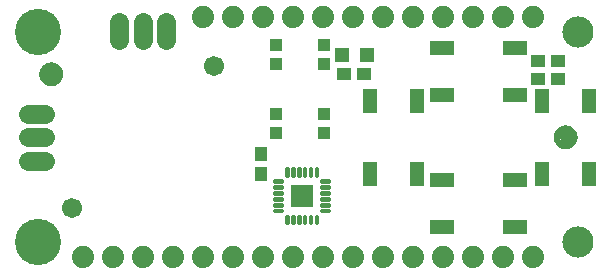
<source format=gbr>
G04 EAGLE Gerber RS-274X export*
G75*
%MOMM*%
%FSLAX34Y34*%
%LPD*%
%INSoldermask Top*%
%IPPOS*%
%AMOC8*
5,1,8,0,0,1.08239X$1,22.5*%
G01*
%ADD10C,2.641600*%
%ADD11C,3.911600*%
%ADD12C,1.879600*%
%ADD13R,2.101600X1.301600*%
%ADD14R,1.301600X2.101600*%
%ADD15C,1.601600*%
%ADD16C,1.701600*%
%ADD17R,1.001600X1.001600*%
%ADD18C,1.101600*%
%ADD19C,0.500000*%
%ADD20C,0.240406*%
%ADD21R,1.879600X1.879600*%
%ADD22R,1.301600X1.301600*%
%ADD23R,1.176600X1.101600*%
%ADD24R,1.101600X1.176600*%


D10*
X482600Y203200D03*
X482600Y25400D03*
D11*
X25400Y203200D03*
X25400Y25400D03*
D12*
X165100Y215900D03*
X190500Y215900D03*
X215900Y215900D03*
X241300Y215900D03*
X266700Y215900D03*
X292100Y215900D03*
X317500Y215900D03*
X342900Y215900D03*
X368300Y215900D03*
X393700Y215900D03*
X419100Y215900D03*
X444500Y215900D03*
X165100Y12700D03*
X190500Y12700D03*
X215900Y12700D03*
X241300Y12700D03*
X266700Y12700D03*
X292100Y12700D03*
X317500Y12700D03*
X342900Y12700D03*
X368300Y12700D03*
X393700Y12700D03*
X419100Y12700D03*
X444500Y12700D03*
X139700Y12700D03*
X114300Y12700D03*
X88900Y12700D03*
X63500Y12700D03*
D13*
X429780Y150180D03*
X367780Y150180D03*
X367780Y190180D03*
X429780Y190180D03*
X367780Y78420D03*
X429780Y78420D03*
X429780Y38420D03*
X367780Y38420D03*
D14*
X452440Y83300D03*
X452440Y145300D03*
X492440Y145300D03*
X492440Y83300D03*
X346390Y145300D03*
X346390Y83300D03*
X306390Y83300D03*
X306390Y145300D03*
D15*
X31800Y114300D02*
X16800Y114300D01*
X16800Y94300D02*
X31800Y94300D01*
X31800Y134300D02*
X16800Y134300D01*
X94300Y196800D02*
X94300Y211800D01*
X114300Y211800D02*
X114300Y196800D01*
X134300Y196800D02*
X134300Y211800D01*
D16*
X54300Y54300D03*
X174300Y174300D03*
D17*
X227150Y176150D03*
X227150Y192150D03*
X268150Y192150D03*
X268150Y176150D03*
X268150Y133730D03*
X268150Y117730D03*
X227150Y117730D03*
X227150Y133730D03*
D18*
X36830Y167640D03*
D19*
X36830Y175140D02*
X36649Y175138D01*
X36468Y175131D01*
X36287Y175120D01*
X36106Y175105D01*
X35926Y175085D01*
X35746Y175061D01*
X35567Y175033D01*
X35389Y175000D01*
X35212Y174963D01*
X35035Y174922D01*
X34860Y174877D01*
X34685Y174827D01*
X34512Y174773D01*
X34341Y174715D01*
X34170Y174653D01*
X34002Y174586D01*
X33835Y174516D01*
X33669Y174442D01*
X33506Y174363D01*
X33345Y174281D01*
X33185Y174195D01*
X33028Y174105D01*
X32873Y174011D01*
X32720Y173914D01*
X32570Y173812D01*
X32422Y173708D01*
X32276Y173599D01*
X32134Y173488D01*
X31994Y173372D01*
X31857Y173254D01*
X31722Y173132D01*
X31591Y173007D01*
X31463Y172879D01*
X31338Y172748D01*
X31216Y172613D01*
X31098Y172476D01*
X30982Y172336D01*
X30871Y172194D01*
X30762Y172048D01*
X30658Y171900D01*
X30556Y171750D01*
X30459Y171597D01*
X30365Y171442D01*
X30275Y171285D01*
X30189Y171125D01*
X30107Y170964D01*
X30028Y170801D01*
X29954Y170635D01*
X29884Y170468D01*
X29817Y170300D01*
X29755Y170129D01*
X29697Y169958D01*
X29643Y169785D01*
X29593Y169610D01*
X29548Y169435D01*
X29507Y169258D01*
X29470Y169081D01*
X29437Y168903D01*
X29409Y168724D01*
X29385Y168544D01*
X29365Y168364D01*
X29350Y168183D01*
X29339Y168002D01*
X29332Y167821D01*
X29330Y167640D01*
X36830Y175140D02*
X37011Y175138D01*
X37192Y175131D01*
X37373Y175120D01*
X37554Y175105D01*
X37734Y175085D01*
X37914Y175061D01*
X38093Y175033D01*
X38271Y175000D01*
X38448Y174963D01*
X38625Y174922D01*
X38800Y174877D01*
X38975Y174827D01*
X39148Y174773D01*
X39319Y174715D01*
X39490Y174653D01*
X39658Y174586D01*
X39825Y174516D01*
X39991Y174442D01*
X40154Y174363D01*
X40315Y174281D01*
X40475Y174195D01*
X40632Y174105D01*
X40787Y174011D01*
X40940Y173914D01*
X41090Y173812D01*
X41238Y173708D01*
X41384Y173599D01*
X41526Y173488D01*
X41666Y173372D01*
X41803Y173254D01*
X41938Y173132D01*
X42069Y173007D01*
X42197Y172879D01*
X42322Y172748D01*
X42444Y172613D01*
X42562Y172476D01*
X42678Y172336D01*
X42789Y172194D01*
X42898Y172048D01*
X43002Y171900D01*
X43104Y171750D01*
X43201Y171597D01*
X43295Y171442D01*
X43385Y171285D01*
X43471Y171125D01*
X43553Y170964D01*
X43632Y170801D01*
X43706Y170635D01*
X43776Y170468D01*
X43843Y170300D01*
X43905Y170129D01*
X43963Y169958D01*
X44017Y169785D01*
X44067Y169610D01*
X44112Y169435D01*
X44153Y169258D01*
X44190Y169081D01*
X44223Y168903D01*
X44251Y168724D01*
X44275Y168544D01*
X44295Y168364D01*
X44310Y168183D01*
X44321Y168002D01*
X44328Y167821D01*
X44330Y167640D01*
X44328Y167459D01*
X44321Y167278D01*
X44310Y167097D01*
X44295Y166916D01*
X44275Y166736D01*
X44251Y166556D01*
X44223Y166377D01*
X44190Y166199D01*
X44153Y166022D01*
X44112Y165845D01*
X44067Y165670D01*
X44017Y165495D01*
X43963Y165322D01*
X43905Y165151D01*
X43843Y164980D01*
X43776Y164812D01*
X43706Y164645D01*
X43632Y164479D01*
X43553Y164316D01*
X43471Y164155D01*
X43385Y163995D01*
X43295Y163838D01*
X43201Y163683D01*
X43104Y163530D01*
X43002Y163380D01*
X42898Y163232D01*
X42789Y163086D01*
X42678Y162944D01*
X42562Y162804D01*
X42444Y162667D01*
X42322Y162532D01*
X42197Y162401D01*
X42069Y162273D01*
X41938Y162148D01*
X41803Y162026D01*
X41666Y161908D01*
X41526Y161792D01*
X41384Y161681D01*
X41238Y161572D01*
X41090Y161468D01*
X40940Y161366D01*
X40787Y161269D01*
X40632Y161175D01*
X40475Y161085D01*
X40315Y160999D01*
X40154Y160917D01*
X39991Y160838D01*
X39825Y160764D01*
X39658Y160694D01*
X39490Y160627D01*
X39319Y160565D01*
X39148Y160507D01*
X38975Y160453D01*
X38800Y160403D01*
X38625Y160358D01*
X38448Y160317D01*
X38271Y160280D01*
X38093Y160247D01*
X37914Y160219D01*
X37734Y160195D01*
X37554Y160175D01*
X37373Y160160D01*
X37192Y160149D01*
X37011Y160142D01*
X36830Y160140D01*
X36649Y160142D01*
X36468Y160149D01*
X36287Y160160D01*
X36106Y160175D01*
X35926Y160195D01*
X35746Y160219D01*
X35567Y160247D01*
X35389Y160280D01*
X35212Y160317D01*
X35035Y160358D01*
X34860Y160403D01*
X34685Y160453D01*
X34512Y160507D01*
X34341Y160565D01*
X34170Y160627D01*
X34002Y160694D01*
X33835Y160764D01*
X33669Y160838D01*
X33506Y160917D01*
X33345Y160999D01*
X33185Y161085D01*
X33028Y161175D01*
X32873Y161269D01*
X32720Y161366D01*
X32570Y161468D01*
X32422Y161572D01*
X32276Y161681D01*
X32134Y161792D01*
X31994Y161908D01*
X31857Y162026D01*
X31722Y162148D01*
X31591Y162273D01*
X31463Y162401D01*
X31338Y162532D01*
X31216Y162667D01*
X31098Y162804D01*
X30982Y162944D01*
X30871Y163086D01*
X30762Y163232D01*
X30658Y163380D01*
X30556Y163530D01*
X30459Y163683D01*
X30365Y163838D01*
X30275Y163995D01*
X30189Y164155D01*
X30107Y164316D01*
X30028Y164479D01*
X29954Y164645D01*
X29884Y164812D01*
X29817Y164980D01*
X29755Y165151D01*
X29697Y165322D01*
X29643Y165495D01*
X29593Y165670D01*
X29548Y165845D01*
X29507Y166022D01*
X29470Y166199D01*
X29437Y166377D01*
X29409Y166556D01*
X29385Y166736D01*
X29365Y166916D01*
X29350Y167097D01*
X29339Y167278D01*
X29332Y167459D01*
X29330Y167640D01*
D18*
X472440Y114300D03*
D19*
X472440Y121800D02*
X472259Y121798D01*
X472078Y121791D01*
X471897Y121780D01*
X471716Y121765D01*
X471536Y121745D01*
X471356Y121721D01*
X471177Y121693D01*
X470999Y121660D01*
X470822Y121623D01*
X470645Y121582D01*
X470470Y121537D01*
X470295Y121487D01*
X470122Y121433D01*
X469951Y121375D01*
X469780Y121313D01*
X469612Y121246D01*
X469445Y121176D01*
X469279Y121102D01*
X469116Y121023D01*
X468955Y120941D01*
X468795Y120855D01*
X468638Y120765D01*
X468483Y120671D01*
X468330Y120574D01*
X468180Y120472D01*
X468032Y120368D01*
X467886Y120259D01*
X467744Y120148D01*
X467604Y120032D01*
X467467Y119914D01*
X467332Y119792D01*
X467201Y119667D01*
X467073Y119539D01*
X466948Y119408D01*
X466826Y119273D01*
X466708Y119136D01*
X466592Y118996D01*
X466481Y118854D01*
X466372Y118708D01*
X466268Y118560D01*
X466166Y118410D01*
X466069Y118257D01*
X465975Y118102D01*
X465885Y117945D01*
X465799Y117785D01*
X465717Y117624D01*
X465638Y117461D01*
X465564Y117295D01*
X465494Y117128D01*
X465427Y116960D01*
X465365Y116789D01*
X465307Y116618D01*
X465253Y116445D01*
X465203Y116270D01*
X465158Y116095D01*
X465117Y115918D01*
X465080Y115741D01*
X465047Y115563D01*
X465019Y115384D01*
X464995Y115204D01*
X464975Y115024D01*
X464960Y114843D01*
X464949Y114662D01*
X464942Y114481D01*
X464940Y114300D01*
X472440Y121800D02*
X472621Y121798D01*
X472802Y121791D01*
X472983Y121780D01*
X473164Y121765D01*
X473344Y121745D01*
X473524Y121721D01*
X473703Y121693D01*
X473881Y121660D01*
X474058Y121623D01*
X474235Y121582D01*
X474410Y121537D01*
X474585Y121487D01*
X474758Y121433D01*
X474929Y121375D01*
X475100Y121313D01*
X475268Y121246D01*
X475435Y121176D01*
X475601Y121102D01*
X475764Y121023D01*
X475925Y120941D01*
X476085Y120855D01*
X476242Y120765D01*
X476397Y120671D01*
X476550Y120574D01*
X476700Y120472D01*
X476848Y120368D01*
X476994Y120259D01*
X477136Y120148D01*
X477276Y120032D01*
X477413Y119914D01*
X477548Y119792D01*
X477679Y119667D01*
X477807Y119539D01*
X477932Y119408D01*
X478054Y119273D01*
X478172Y119136D01*
X478288Y118996D01*
X478399Y118854D01*
X478508Y118708D01*
X478612Y118560D01*
X478714Y118410D01*
X478811Y118257D01*
X478905Y118102D01*
X478995Y117945D01*
X479081Y117785D01*
X479163Y117624D01*
X479242Y117461D01*
X479316Y117295D01*
X479386Y117128D01*
X479453Y116960D01*
X479515Y116789D01*
X479573Y116618D01*
X479627Y116445D01*
X479677Y116270D01*
X479722Y116095D01*
X479763Y115918D01*
X479800Y115741D01*
X479833Y115563D01*
X479861Y115384D01*
X479885Y115204D01*
X479905Y115024D01*
X479920Y114843D01*
X479931Y114662D01*
X479938Y114481D01*
X479940Y114300D01*
X479938Y114119D01*
X479931Y113938D01*
X479920Y113757D01*
X479905Y113576D01*
X479885Y113396D01*
X479861Y113216D01*
X479833Y113037D01*
X479800Y112859D01*
X479763Y112682D01*
X479722Y112505D01*
X479677Y112330D01*
X479627Y112155D01*
X479573Y111982D01*
X479515Y111811D01*
X479453Y111640D01*
X479386Y111472D01*
X479316Y111305D01*
X479242Y111139D01*
X479163Y110976D01*
X479081Y110815D01*
X478995Y110655D01*
X478905Y110498D01*
X478811Y110343D01*
X478714Y110190D01*
X478612Y110040D01*
X478508Y109892D01*
X478399Y109746D01*
X478288Y109604D01*
X478172Y109464D01*
X478054Y109327D01*
X477932Y109192D01*
X477807Y109061D01*
X477679Y108933D01*
X477548Y108808D01*
X477413Y108686D01*
X477276Y108568D01*
X477136Y108452D01*
X476994Y108341D01*
X476848Y108232D01*
X476700Y108128D01*
X476550Y108026D01*
X476397Y107929D01*
X476242Y107835D01*
X476085Y107745D01*
X475925Y107659D01*
X475764Y107577D01*
X475601Y107498D01*
X475435Y107424D01*
X475268Y107354D01*
X475100Y107287D01*
X474929Y107225D01*
X474758Y107167D01*
X474585Y107113D01*
X474410Y107063D01*
X474235Y107018D01*
X474058Y106977D01*
X473881Y106940D01*
X473703Y106907D01*
X473524Y106879D01*
X473344Y106855D01*
X473164Y106835D01*
X472983Y106820D01*
X472802Y106809D01*
X472621Y106802D01*
X472440Y106800D01*
X472259Y106802D01*
X472078Y106809D01*
X471897Y106820D01*
X471716Y106835D01*
X471536Y106855D01*
X471356Y106879D01*
X471177Y106907D01*
X470999Y106940D01*
X470822Y106977D01*
X470645Y107018D01*
X470470Y107063D01*
X470295Y107113D01*
X470122Y107167D01*
X469951Y107225D01*
X469780Y107287D01*
X469612Y107354D01*
X469445Y107424D01*
X469279Y107498D01*
X469116Y107577D01*
X468955Y107659D01*
X468795Y107745D01*
X468638Y107835D01*
X468483Y107929D01*
X468330Y108026D01*
X468180Y108128D01*
X468032Y108232D01*
X467886Y108341D01*
X467744Y108452D01*
X467604Y108568D01*
X467467Y108686D01*
X467332Y108808D01*
X467201Y108933D01*
X467073Y109061D01*
X466948Y109192D01*
X466826Y109327D01*
X466708Y109464D01*
X466592Y109604D01*
X466481Y109746D01*
X466372Y109892D01*
X466268Y110040D01*
X466166Y110190D01*
X466069Y110343D01*
X465975Y110498D01*
X465885Y110655D01*
X465799Y110815D01*
X465717Y110976D01*
X465638Y111139D01*
X465564Y111305D01*
X465494Y111472D01*
X465427Y111640D01*
X465365Y111811D01*
X465307Y111982D01*
X465253Y112155D01*
X465203Y112330D01*
X465158Y112505D01*
X465117Y112682D01*
X465080Y112859D01*
X465047Y113037D01*
X465019Y113216D01*
X464995Y113396D01*
X464975Y113576D01*
X464960Y113757D01*
X464949Y113938D01*
X464942Y114119D01*
X464940Y114300D01*
D20*
X235714Y48076D02*
X235714Y41464D01*
X235714Y48076D02*
X237126Y48076D01*
X237126Y41464D01*
X235714Y41464D01*
X235714Y43748D02*
X237126Y43748D01*
X237126Y46032D02*
X235714Y46032D01*
X240714Y48076D02*
X240714Y41464D01*
X240714Y48076D02*
X242126Y48076D01*
X242126Y41464D01*
X240714Y41464D01*
X240714Y43748D02*
X242126Y43748D01*
X242126Y46032D02*
X240714Y46032D01*
X245714Y48076D02*
X245714Y41464D01*
X245714Y48076D02*
X247126Y48076D01*
X247126Y41464D01*
X245714Y41464D01*
X245714Y43748D02*
X247126Y43748D01*
X247126Y46032D02*
X245714Y46032D01*
X250714Y48076D02*
X250714Y41464D01*
X250714Y48076D02*
X252126Y48076D01*
X252126Y41464D01*
X250714Y41464D01*
X250714Y43748D02*
X252126Y43748D01*
X252126Y46032D02*
X250714Y46032D01*
X255714Y48076D02*
X255714Y41464D01*
X255714Y48076D02*
X257126Y48076D01*
X257126Y41464D01*
X255714Y41464D01*
X255714Y43748D02*
X257126Y43748D01*
X257126Y46032D02*
X255714Y46032D01*
X260714Y48076D02*
X260714Y41464D01*
X260714Y48076D02*
X262126Y48076D01*
X262126Y41464D01*
X260714Y41464D01*
X260714Y43748D02*
X262126Y43748D01*
X262126Y46032D02*
X260714Y46032D01*
X265614Y52976D02*
X272226Y52976D01*
X272226Y51564D01*
X265614Y51564D01*
X265614Y52976D01*
X265614Y57976D02*
X272226Y57976D01*
X272226Y56564D01*
X265614Y56564D01*
X265614Y57976D01*
X265614Y62976D02*
X272226Y62976D01*
X272226Y61564D01*
X265614Y61564D01*
X265614Y62976D01*
X265614Y67976D02*
X272226Y67976D01*
X272226Y66564D01*
X265614Y66564D01*
X265614Y67976D01*
X265614Y72976D02*
X272226Y72976D01*
X272226Y71564D01*
X265614Y71564D01*
X265614Y72976D01*
X265614Y77976D02*
X272226Y77976D01*
X272226Y76564D01*
X265614Y76564D01*
X265614Y77976D01*
X262126Y81464D02*
X262126Y88076D01*
X262126Y81464D02*
X260714Y81464D01*
X260714Y88076D01*
X262126Y88076D01*
X262126Y83748D02*
X260714Y83748D01*
X260714Y86032D02*
X262126Y86032D01*
X257126Y88076D02*
X257126Y81464D01*
X255714Y81464D01*
X255714Y88076D01*
X257126Y88076D01*
X257126Y83748D02*
X255714Y83748D01*
X255714Y86032D02*
X257126Y86032D01*
X252126Y88076D02*
X252126Y81464D01*
X250714Y81464D01*
X250714Y88076D01*
X252126Y88076D01*
X252126Y83748D02*
X250714Y83748D01*
X250714Y86032D02*
X252126Y86032D01*
X247126Y88076D02*
X247126Y81464D01*
X245714Y81464D01*
X245714Y88076D01*
X247126Y88076D01*
X247126Y83748D02*
X245714Y83748D01*
X245714Y86032D02*
X247126Y86032D01*
X242126Y88076D02*
X242126Y81464D01*
X240714Y81464D01*
X240714Y88076D01*
X242126Y88076D01*
X242126Y83748D02*
X240714Y83748D01*
X240714Y86032D02*
X242126Y86032D01*
X237126Y88076D02*
X237126Y81464D01*
X235714Y81464D01*
X235714Y88076D01*
X237126Y88076D01*
X237126Y83748D02*
X235714Y83748D01*
X235714Y86032D02*
X237126Y86032D01*
X232226Y76564D02*
X225614Y76564D01*
X225614Y77976D01*
X232226Y77976D01*
X232226Y76564D01*
X232226Y71564D02*
X225614Y71564D01*
X225614Y72976D01*
X232226Y72976D01*
X232226Y71564D01*
X232226Y66564D02*
X225614Y66564D01*
X225614Y67976D01*
X232226Y67976D01*
X232226Y66564D01*
X232226Y61564D02*
X225614Y61564D01*
X225614Y62976D01*
X232226Y62976D01*
X232226Y61564D01*
X232226Y56564D02*
X225614Y56564D01*
X225614Y57976D01*
X232226Y57976D01*
X232226Y56564D01*
X232226Y51564D02*
X225614Y51564D01*
X225614Y52976D01*
X232226Y52976D01*
X232226Y51564D01*
D21*
X248920Y64770D03*
D22*
X282870Y184150D03*
X303870Y184150D03*
D23*
X284870Y167640D03*
X301870Y167640D03*
X448700Y179070D03*
X465700Y179070D03*
X448700Y163830D03*
X465700Y163830D03*
D24*
X214630Y82940D03*
X214630Y99940D03*
M02*

</source>
